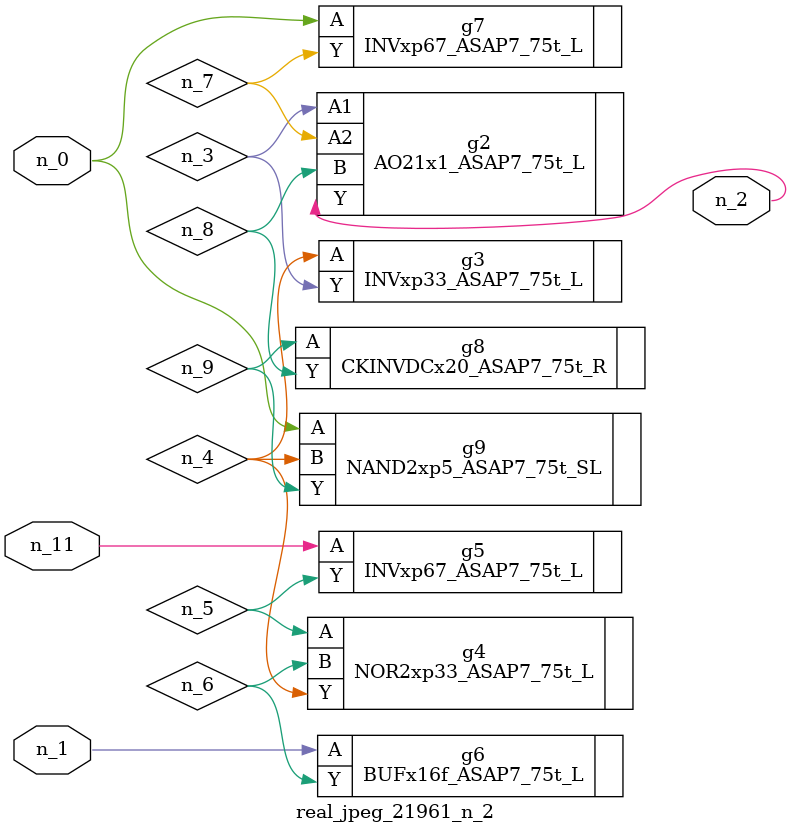
<source format=v>
module real_jpeg_21961_n_2 (n_1, n_11, n_0, n_2);

input n_1;
input n_11;
input n_0;

output n_2;

wire n_5;
wire n_4;
wire n_8;
wire n_6;
wire n_7;
wire n_3;
wire n_9;

INVxp67_ASAP7_75t_L g7 ( 
.A(n_0),
.Y(n_7)
);

NAND2xp5_ASAP7_75t_SL g9 ( 
.A(n_0),
.B(n_4),
.Y(n_9)
);

BUFx16f_ASAP7_75t_L g6 ( 
.A(n_1),
.Y(n_6)
);

AO21x1_ASAP7_75t_L g2 ( 
.A1(n_3),
.A2(n_7),
.B(n_8),
.Y(n_2)
);

INVxp33_ASAP7_75t_L g3 ( 
.A(n_4),
.Y(n_3)
);

NOR2xp33_ASAP7_75t_L g4 ( 
.A(n_5),
.B(n_6),
.Y(n_4)
);

CKINVDCx20_ASAP7_75t_R g8 ( 
.A(n_9),
.Y(n_8)
);

INVxp67_ASAP7_75t_L g5 ( 
.A(n_11),
.Y(n_5)
);


endmodule
</source>
